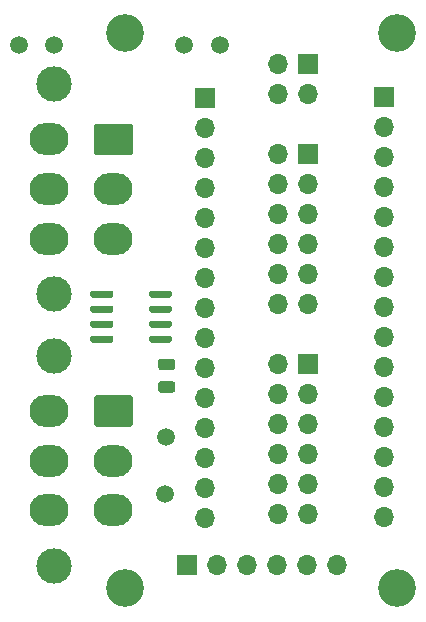
<source format=gbr>
G04 #@! TF.GenerationSoftware,KiCad,Pcbnew,(5.1.9)-1*
G04 #@! TF.CreationDate,2021-11-06T10:51:06-06:00*
G04 #@! TF.ProjectId,ABSIS_Nano,41425349-535f-44e6-916e-6f2e6b696361,1*
G04 #@! TF.SameCoordinates,Original*
G04 #@! TF.FileFunction,Soldermask,Top*
G04 #@! TF.FilePolarity,Negative*
%FSLAX46Y46*%
G04 Gerber Fmt 4.6, Leading zero omitted, Abs format (unit mm)*
G04 Created by KiCad (PCBNEW (5.1.9)-1) date 2021-11-06 10:51:06*
%MOMM*%
%LPD*%
G01*
G04 APERTURE LIST*
%ADD10C,1.500000*%
%ADD11R,1.700000X1.700000*%
%ADD12O,1.700000X1.700000*%
%ADD13C,3.000000*%
%ADD14O,3.300000X2.700000*%
%ADD15C,3.200000*%
G04 APERTURE END LIST*
G36*
G01*
X131810000Y-91565000D02*
X131810000Y-91865000D01*
G75*
G02*
X131660000Y-92015000I-150000J0D01*
G01*
X130010000Y-92015000D01*
G75*
G02*
X129860000Y-91865000I0J150000D01*
G01*
X129860000Y-91565000D01*
G75*
G02*
X130010000Y-91415000I150000J0D01*
G01*
X131660000Y-91415000D01*
G75*
G02*
X131810000Y-91565000I0J-150000D01*
G01*
G37*
G36*
G01*
X131810000Y-90295000D02*
X131810000Y-90595000D01*
G75*
G02*
X131660000Y-90745000I-150000J0D01*
G01*
X130010000Y-90745000D01*
G75*
G02*
X129860000Y-90595000I0J150000D01*
G01*
X129860000Y-90295000D01*
G75*
G02*
X130010000Y-90145000I150000J0D01*
G01*
X131660000Y-90145000D01*
G75*
G02*
X131810000Y-90295000I0J-150000D01*
G01*
G37*
G36*
G01*
X131810000Y-89025000D02*
X131810000Y-89325000D01*
G75*
G02*
X131660000Y-89475000I-150000J0D01*
G01*
X130010000Y-89475000D01*
G75*
G02*
X129860000Y-89325000I0J150000D01*
G01*
X129860000Y-89025000D01*
G75*
G02*
X130010000Y-88875000I150000J0D01*
G01*
X131660000Y-88875000D01*
G75*
G02*
X131810000Y-89025000I0J-150000D01*
G01*
G37*
G36*
G01*
X131810000Y-87755000D02*
X131810000Y-88055000D01*
G75*
G02*
X131660000Y-88205000I-150000J0D01*
G01*
X130010000Y-88205000D01*
G75*
G02*
X129860000Y-88055000I0J150000D01*
G01*
X129860000Y-87755000D01*
G75*
G02*
X130010000Y-87605000I150000J0D01*
G01*
X131660000Y-87605000D01*
G75*
G02*
X131810000Y-87755000I0J-150000D01*
G01*
G37*
G36*
G01*
X136760000Y-87755000D02*
X136760000Y-88055000D01*
G75*
G02*
X136610000Y-88205000I-150000J0D01*
G01*
X134960000Y-88205000D01*
G75*
G02*
X134810000Y-88055000I0J150000D01*
G01*
X134810000Y-87755000D01*
G75*
G02*
X134960000Y-87605000I150000J0D01*
G01*
X136610000Y-87605000D01*
G75*
G02*
X136760000Y-87755000I0J-150000D01*
G01*
G37*
G36*
G01*
X136760000Y-89025000D02*
X136760000Y-89325000D01*
G75*
G02*
X136610000Y-89475000I-150000J0D01*
G01*
X134960000Y-89475000D01*
G75*
G02*
X134810000Y-89325000I0J150000D01*
G01*
X134810000Y-89025000D01*
G75*
G02*
X134960000Y-88875000I150000J0D01*
G01*
X136610000Y-88875000D01*
G75*
G02*
X136760000Y-89025000I0J-150000D01*
G01*
G37*
G36*
G01*
X136760000Y-90295000D02*
X136760000Y-90595000D01*
G75*
G02*
X136610000Y-90745000I-150000J0D01*
G01*
X134960000Y-90745000D01*
G75*
G02*
X134810000Y-90595000I0J150000D01*
G01*
X134810000Y-90295000D01*
G75*
G02*
X134960000Y-90145000I150000J0D01*
G01*
X136610000Y-90145000D01*
G75*
G02*
X136760000Y-90295000I0J-150000D01*
G01*
G37*
G36*
G01*
X136760000Y-91565000D02*
X136760000Y-91865000D01*
G75*
G02*
X136610000Y-92015000I-150000J0D01*
G01*
X134960000Y-92015000D01*
G75*
G02*
X134810000Y-91865000I0J150000D01*
G01*
X134810000Y-91565000D01*
G75*
G02*
X134960000Y-91415000I150000J0D01*
G01*
X136610000Y-91415000D01*
G75*
G02*
X136760000Y-91565000I0J-150000D01*
G01*
G37*
D10*
X136182100Y-104825800D03*
X136232900Y-100025200D03*
X126810000Y-66810000D03*
X137810000Y-66810000D03*
X123810000Y-66810000D03*
X140810000Y-66810000D03*
D11*
X148310000Y-68410000D03*
D12*
X145770000Y-68410000D03*
X148310000Y-70950000D03*
X145770000Y-70950000D03*
D13*
X126770000Y-110910000D03*
X126770000Y-93110000D03*
D14*
X126310000Y-106210000D03*
X126310000Y-102010000D03*
X126310000Y-97810000D03*
X131810000Y-106210000D03*
X131810000Y-102010000D03*
G36*
G01*
X130410001Y-96460000D02*
X133209999Y-96460000D01*
G75*
G02*
X133460000Y-96710001I0J-250001D01*
G01*
X133460000Y-98909999D01*
G75*
G02*
X133209999Y-99160000I-250001J0D01*
G01*
X130410001Y-99160000D01*
G75*
G02*
X130160000Y-98909999I0J250001D01*
G01*
X130160000Y-96710001D01*
G75*
G02*
X130410001Y-96460000I250001J0D01*
G01*
G37*
D13*
X126770000Y-87910000D03*
X126770000Y-70110000D03*
D14*
X126310000Y-83210000D03*
X126310000Y-79010000D03*
X126310000Y-74810000D03*
X131810000Y-83210000D03*
X131810000Y-79010000D03*
G36*
G01*
X130410001Y-73460000D02*
X133209999Y-73460000D01*
G75*
G02*
X133460000Y-73710001I0J-250001D01*
G01*
X133460000Y-75909999D01*
G75*
G02*
X133209999Y-76160000I-250001J0D01*
G01*
X130410001Y-76160000D01*
G75*
G02*
X130160000Y-75909999I0J250001D01*
G01*
X130160000Y-73710001D01*
G75*
G02*
X130410001Y-73460000I250001J0D01*
G01*
G37*
G36*
G01*
X136785000Y-94360000D02*
X135835000Y-94360000D01*
G75*
G02*
X135585000Y-94110000I0J250000D01*
G01*
X135585000Y-93610000D01*
G75*
G02*
X135835000Y-93360000I250000J0D01*
G01*
X136785000Y-93360000D01*
G75*
G02*
X137035000Y-93610000I0J-250000D01*
G01*
X137035000Y-94110000D01*
G75*
G02*
X136785000Y-94360000I-250000J0D01*
G01*
G37*
G36*
G01*
X136785000Y-96260000D02*
X135835000Y-96260000D01*
G75*
G02*
X135585000Y-96010000I0J250000D01*
G01*
X135585000Y-95510000D01*
G75*
G02*
X135835000Y-95260000I250000J0D01*
G01*
X136785000Y-95260000D01*
G75*
G02*
X137035000Y-95510000I0J-250000D01*
G01*
X137035000Y-96010000D01*
G75*
G02*
X136785000Y-96260000I-250000J0D01*
G01*
G37*
D15*
X155810000Y-112810000D03*
X132810000Y-112810000D03*
X155810000Y-65810000D03*
X132810000Y-65810000D03*
D12*
X150710000Y-110810000D03*
X148170000Y-110810000D03*
X145630000Y-110810000D03*
X143090000Y-110810000D03*
X140550000Y-110810000D03*
D11*
X138010000Y-110810000D03*
D12*
X145770000Y-106510000D03*
X148310000Y-106510000D03*
X145770000Y-103970000D03*
X148310000Y-103970000D03*
X145770000Y-101430000D03*
X148310000Y-101430000D03*
X145770000Y-98890000D03*
X148310000Y-98890000D03*
X145770000Y-96350000D03*
X148310000Y-96350000D03*
X145770000Y-93810000D03*
D11*
X148310000Y-93810000D03*
D12*
X145770000Y-88730000D03*
X148310000Y-88730000D03*
X145770000Y-86190000D03*
X148310000Y-86190000D03*
X145770000Y-83650000D03*
X148310000Y-83650000D03*
X145770000Y-81110000D03*
X148310000Y-81110000D03*
X145770000Y-78570000D03*
X148310000Y-78570000D03*
X145770000Y-76030000D03*
D11*
X148310000Y-76030000D03*
D12*
X139547600Y-106883200D03*
X139547600Y-104343200D03*
X139547600Y-101803200D03*
X139547600Y-99263200D03*
X139547600Y-96723200D03*
X139547600Y-94183200D03*
X139547600Y-91643200D03*
X139547600Y-89103200D03*
X139547600Y-86563200D03*
X139547600Y-84023200D03*
X139547600Y-81483200D03*
X139547600Y-78943200D03*
X139547600Y-76403200D03*
X139547600Y-73863200D03*
D11*
X139547600Y-71323200D03*
D12*
X154686000Y-106807000D03*
X154686000Y-104267000D03*
X154686000Y-101727000D03*
X154686000Y-99187000D03*
X154686000Y-96647000D03*
X154686000Y-94107000D03*
X154686000Y-91567000D03*
X154686000Y-89027000D03*
X154686000Y-86487000D03*
X154686000Y-83947000D03*
X154686000Y-81407000D03*
X154686000Y-78867000D03*
X154686000Y-76327000D03*
X154686000Y-73787000D03*
D11*
X154686000Y-71247000D03*
M02*

</source>
